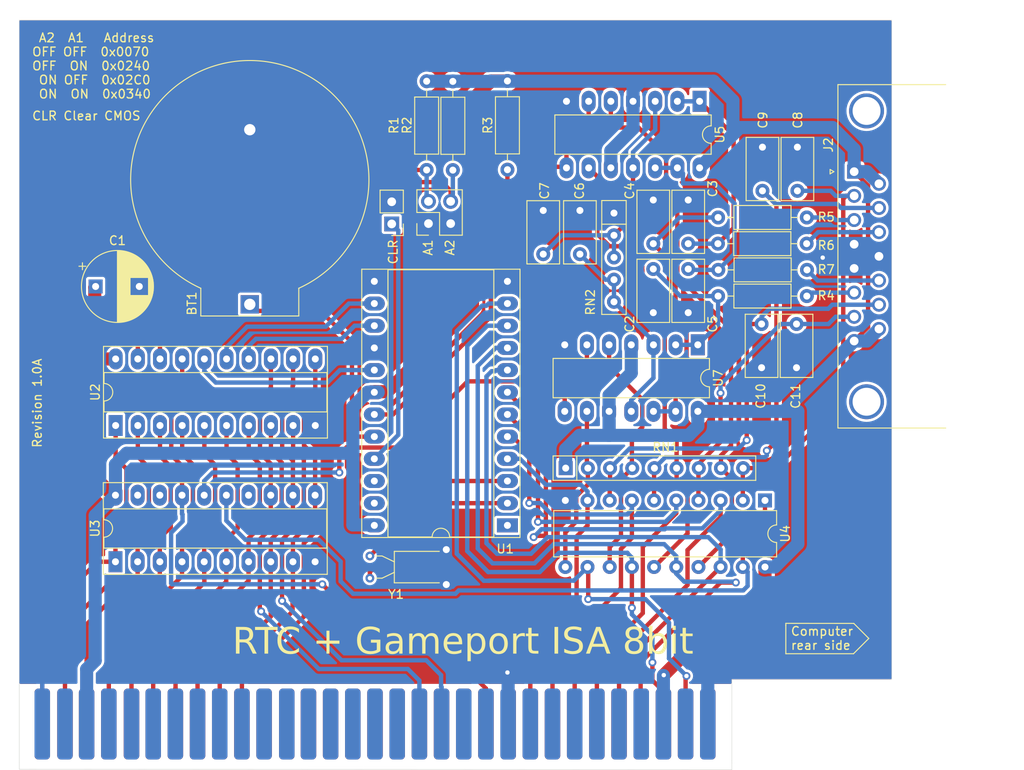
<source format=kicad_pcb>
(kicad_pcb (version 20240108) (generator "pcbnew") (generator_version "8.0")
  (title_block (title "RTC + Joystick ISA 8bit card") (date "2024-12-10") (rev "1.0.0") (company "Vladimir Loula"))
  (layers (0 "F.Cu" signal) (31 "B.Cu" signal) (34 "B.Paste" user) (35 "F.Paste" user) (36 "B.SilkS" user "B.Silkscreen") (37 "F.SilkS" user "F.Silkscreen") (38 "B.Mask" user) (39 "F.Mask" user) (44 "Edge.Cuts" user))
  (net 0 "")
  (net 1 "GND")
  (net 2 "/AS1")
  (net 3 "/AS0")
  (net 4 "VCC")
  (net 5 "/~{IRQ}")
  (net 6 "Net-(BT1-+)")
  (net 7 "Net-(U7A-DIS)")
  (net 8 "/D0")
  (net 9 "/D1")
  (net 10 "/D2")
  (net 11 "/D3")
  (net 12 "/D4")
  (net 13 "/D5")
  (net 14 "/D6")
  (net 15 "/D7")
  (net 16 "Net-(U7B-DIS)")
  (net 17 "Net-(RN2-R3)")
  (net 18 "Net-(RN2-R1)")
  (net 19 "/NB1")
  (net 20 "/NB4")
  (net 21 "/A0")
  (net 22 "/A3")
  (net 23 "/A4")
  (net 24 "/A5")
  (net 25 "/A6")
  (net 26 "/A7")
  (net 27 "/A8")
  (net 28 "/A9")
  (net 29 "/IOW")
  (net 30 "/IOR")
  (net 31 "/AEN")
  (net 32 "/A2")
  (net 33 "/NB3")
  (net 34 "/NB2")
  (net 35 "Net-(J2-P111)")
  (net 36 "Net-(J2-Pad6)")
  (net 38 "Net-(J2-Pad3)")
  (net 39 "Net-(J2-P13)")
  (net 40 "Net-(JP1-A)")
  (net 41 "/QD")
  (net 42 "/QB")
  (net 43 "/QC")
  (net 44 "/QA")
  (net 46 "Net-(U1-X1)")
  (net 47 "Net-(U1-X2)")
  (net 50 "/A1")
  (net 51 "/GP_OE")
  (net 52 "/RTCRD")
  (net 53 "/RTCWR")
  (net 54 "/RTCALE")
  (net 55 "/GP_TR")
  (net 59 "Net-(U5A-DIS)")
  (net 60 "Net-(U5B-DIS)")
  (net 64 "/IRQ5")
  (net 70 "/IRQ2")
  (net 74 "/IRQ4")
  (net 79 "/IRQ3")
  (net 92 "/IRQ7")
  (net 94 "/IRQ6")
  (footprint "Capacitor_THT:C_Rect_L7.0mm_W3.5mm_P5.00mm" (layer "F.Cu") (at 164.1 73 -90)
    (property "Reference" "C7")
    (property "Value" "10n")
  )
  (footprint "Package_DIP:DIP-24_W15.24mm_Socket_LongPads" (layer "F.Cu") (at 160 109.055 180)
    (property "Reference" "U1")
    (property "Value" "DS12885")
  )
  (footprint "Resistor_THT:R_Axial_DIN0207_L6.3mm_D2.5mm_P10.16mm_Horizontal" (layer "F.Cu") (at 194.28 73.8 180)
    (property "Reference" "R5")
    (property "Value" "10k")
  )
  (footprint "Capacitor_THT:C_Rect_L7.0mm_W3.5mm_P5.00mm" (layer "F.Cu") (at 193.2 65.75 -90)
    (property "Reference" "C8")
    (property "Value" "51p")
  )
  (footprint "Package_DIP:DIP-20_W7.62mm_Socket_LongPads" (layer "F.Cu") (at 115.14 97.62 90)
    (property "Reference" "U2")
    (property "Value" "ATF16V8B")
  )
  (footprint "Resistor_THT:R_Axial_DIN0207_L6.3mm_D2.5mm_P10.16mm_Horizontal" (layer "F.Cu") (at 194.3 79.8 180)
    (property "Reference" "R7")
    (property "Value" "10k")
  )
  (footprint "Quattro_library:Conn_Edge_PCB_ISA8" (layer "F.Cu") (at 144.84 131.8)
    (property "Reference" "BUS1" (hide yes))
    (property "Value" "BUSPC_DEV" (hide yes))
  )
  (footprint "Capacitor_THT:C_Rect_L7.0mm_W3.5mm_P5.00mm" (layer "F.Cu") (at 180.7 79.7 -90)
    (property "Reference" "C5")
    (property "Value" "10n")
  )
  (footprint "Package_DIP:DIP-20_W7.62mm" (layer "F.Cu") (at 189.49 106.2 -90)
    (property "Reference" "U4")
    (property "Value" "74LS244")
  )
  (footprint "Resistor_THT:R_Array_SIP5" (layer "F.Cu") (at 172.2 73.3 -90)
    (property "Reference" "RN2")
    (property "Value" "10k")
  )
  (footprint "Package_DIP:DIP-14_W7.62mm_LongPads" (layer "F.Cu") (at 182 60.5 -90)
    (property "Reference" "U5")
    (property "Value" "NE556")
  )
  (footprint "Capacitor_THT:C_Rect_L7.0mm_W3.5mm_P5.00mm" (layer "F.Cu") (at 180.7 76.8 90)
    (property "Reference" "C3")
    (property "Value" "10n")
  )
  (footprint "Resistor_THT:R_Array_SIP9" (layer "F.Cu") (at 166.67 102.5)
    (property "Reference" "RN1")
    (property "Value" "R_Network08")
  )
  (footprint "Capacitor_THT:C_Rect_L7.0mm_W3.5mm_P5.00mm" (layer "F.Cu") (at 168.3 73 -90)
    (property "Reference" "C6")
    (property "Value" "10n")
  )
  (footprint "Connector_PinHeader_2.54mm:PinHeader_2x02_P2.54mm_Vertical" (layer "F.Cu") (at 150.96 74.5 90)
    (property "Reference" "")
    (property "Value" "PINHD_2x2_Male")
  )
  (footprint "Capacitor_THT:C_Rect_L7.0mm_W3.5mm_P5.00mm" (layer "F.Cu") (at 193.1 91 90)
    (property "Reference" "C11")
    (property "Value" "51p")
  )
  (footprint "Capacitor_THT:C_Rect_L7.0mm_W3.5mm_P5.00mm" (layer "F.Cu") (at 189.1 91 90)
    (property "Reference" "C10")
    (property "Value" "51p")
  )
  (footprint "Connector_Dsub:DSUB-15_Female_Horizontal_P2.77x2.84mm_EdgePinOffset7.70mm_Housed_MountingHolesOffset9.12mm" (layer "F.Cu") (at 199.7 68.555 90)
    (property "Reference" "J2")
    (property "Value" "DA15_Plug_MountingHoles")
  )
  (footprint "Package_DIP:DIP-14_W7.62mm_LongPads" (layer "F.Cu") (at 181.8 88.38 -90)
    (property "Reference" "U7")
    (property "Value" "NE556")
  )
  (footprint "Resistor_THT:R_Axial_DIN0207_L6.3mm_D2.5mm_P10.16mm_Horizontal" (layer "F.Cu") (at 160 68.33 90)
    (property "Reference" "R3")
    (property "Value" "10k")
  )
  (footprint "Battery:BatteryHolder_ComfortableElectronic_CH273-2450_1x2450" (layer "F.Cu") (at 130.5 83.75 90)
    (property "Reference" "BT1")
    (property "Value" "CR2032")
  )
  (footprint "Capacitor_THT:C_Rect_L7.0mm_W3.5mm_P5.00mm" (layer "F.Cu") (at 176.7 76.8 90)
    (property "Reference" "C4")
    (property "Value" "10n")
  )
  (footprint "Resistor_THT:R_Axial_DIN0207_L6.3mm_D2.5mm_P10.16mm_Horizontal" (layer "F.Cu") (at 150.75 68.36 90)
    (property "Reference" "R1")
    (property "Value" "10k")
  )
  (footprint "Capacitor_THT:CP_Radial_D8.0mm_P5.00mm" (layer "F.Cu") (at 112.847349 81.7)
    (property "Reference" "C1")
    (property "Value" "0.1uF")
  )
  (footprint "Capacitor_THT:C_Rect_L7.0mm_W3.5mm_P5.00mm" (layer "F.Cu") (at 176.7 79.7 -90)
    (property "Reference" "C2")
    (property "Value" "10n")
  )
  (footprint "Capacitor_THT:C_Rect_L7.0mm_W3.5mm_P5.00mm" (layer "F.Cu") (at 189.2 65.75 -90)
    (property "Reference" "C9")
    (property "Value" "51p")
  )
  (footprint "Resistor_THT:R_Axial_DIN0207_L6.3mm_D2.5mm_P10.16mm_Horizontal" (layer "F.Cu") (at 194.26 76.8 180)
    (property "Reference" "R6")
    (property "Value" "10k")
  )
  (footprint "Resistor_THT:R_Axial_DIN0207_L6.3mm_D2.5mm_P10.16mm_Horizontal" (layer "F.Cu") (at 194.28 82.8 180)
    (property "Reference" "R4")
    (property "Value" "10k")
  )
  (footprint "Resistor_THT:R_Axial_DIN0207_L6.3mm_D2.5mm_P10.16mm_Horizontal" (layer "F.Cu") (at 153.75 68.38 90)
    (property "Reference" "R2")
    (property "Value" "10k")
  )
  (footprint "Crystal:Crystal_AT310_D3.0mm_L10.0mm_Horizontal_1EP_style2" (layer "F.Cu") (at 144.25 115.1 90)
    (property "Reference" "Y1")
    (property "Value" "32768Hz")
  )
  (footprint "Connector_PinHeader_2.54mm:PinHeader_1x02_P2.54mm_Vertical" (layer "F.Cu") (at 146.75 74.54 180)
    (property "Reference" "JP1" (hide yes))
    (property "Value" "Clear CMOS")
  )
  (footprint "Package_DIP:DIP-20_W7.62mm_Socket_LongPads" (layer "F.Cu") (at 115.12 113.22 90)
    (property "Reference" "U3")
    (property "Value" "ATF16V8B")
  )
  (gr_line (start 201.375 122) (end 199.655865 120.279327) (stroke (width 0.12)) (layer "F.SilkS"))
  (gr_line (start 191.875 123.75) (end 199.625 123.75) (stroke (width 0.12)) (layer "F.SilkS"))
  (gr_line (start 191.875 120.5) (end 191.875 120.273154) (stroke (width 0.12)) (layer "F.SilkS"))
  (gr_line (start 199.655865 120.279327) (end 191.875 120.273154) (stroke (width 0.12)) (layer "F.SilkS"))
  (gr_line (start 199.625 123.75) (end 201.375 122) (stroke (width 0.12)) (layer "F.SilkS"))
  (gr_line (start 191.875 120.5) (end 191.875 123.75) (stroke (width 0.12)) (layer "F.SilkS"))
  (gr_line (start 204 51.2) (end 204 126.7) (stroke (width 0.05)) (layer "Edge.Cuts"))
  (gr_line (start 104.1 136.975) (end 104.1 136.2) (stroke (width 0.05)) (layer "Edge.Cuts"))
  (gr_line (start 185.7 136) (end 185.7 126.7) (stroke (width 0.05)) (layer "Edge.Cuts"))
  (gr_line (start 185.7 137.025) (end 185.7 136.25) (stroke (width 0.05)) (layer "Edge.Cuts"))
  (gr_line (start 204 126.7) (end 185.7 126.7) (stroke (width 0.05)) (layer "Edge.Cuts"))
  (gr_line (start 204 51.2) (end 104.1 51.2) (stroke (width 0.05)) (layer "Edge.Cuts"))
  (gr_line (start 185.7 136.25) (end 185.7 136) (stroke (width 0.05)) (layer "Edge.Cuts"))
  (gr_line (start 104.1 136.2) (end 104.1 51.2) (stroke (width 0.05)) (layer "Edge.Cuts"))
  (gr_line (start 185.7 137.025) (end 104.1 136.975) (stroke (width 0.05)) (layer "Edge.Cuts"))
  (gr_text "Revision 1.0A" (at 106.75 100.25 90) (layer "F.SilkS") (effects (font (size 1 1)) (justify left bottom)))
  (gr_text "Computer\nrear side" (at 192.375 123.375 0) (layer "F.SilkS") (effects (font (size 1 1)) (justify left bottom)))
  (gr_text "A2" (at 154 78.25 90) (layer "F.SilkS") (effects (font (size 1 1)) (justify left bottom)))
  (gr_text "CLR" (at 147.5 79.25 90) (layer "F.SilkS") (effects (font (size 1 1)) (justify left bottom)))
  (gr_text "A1" (at 151.5 78.25 90) (layer "F.SilkS") (effects (font (size 1 1)) (justify left bottom)))
  (gr_text "CLR Clear CMOS" (at 105.5 62.75 0) (layer "F.SilkS") (effects (font (size 1 1)) (justify left bottom)))
  (gr_text " A2  A1   Address\nOFF OFF  0x0070\nOFF  ON  0x0240\n ON OFF  0x02C0\n ON  ON  0x0340" (at 105.5 60.25 0) (layer "F.SilkS") (effects (font (size 1 1)) (justify left bottom)))
  (gr_text "RTC + Gameport ISA 8bit" (at 128.5 124.25 0) (layer "F.SilkS") (effects (font (size 3 3)) (justify left bottom)))
  (segment (start 139.23 110.47) (end 139.23 110.37) (width 0.5) (layer "F.Cu") (net 1))
  (segment (start 191.85 67.45) (end 191.85 78.4) (width 0.5) (layer "F.Cu") (net 1))
  (segment (start 191.85 78.4) (end 196.1 78.4) (width 0.5) (layer "F.Cu") (net 1))
  (segment (start 138 99.6) (end 138 97.62) (width 0.5) (layer "F.Cu") (net 1))
  (segment (start 139.22 113.22) (end 142.8 116.8) (width 0.5) (layer "F.Cu") (net 1))
  (segment (start 152.03 116.8) (end 153 115.83) (width 0.5) (layer "F.Cu") (net 1))
  (segment (start 137.98 113.22) (end 139.22 113.22) (width 0.5) (layer "F.Cu") (net 1))
  (segment (start 137.98 111.72) (end 139.23 110.47) (width 0.5) (layer "F.Cu") (net 1))
  (segment (start 139.23 110.37) (end 139.5 110.1) (width 0.5) (layer "F.Cu") (net 1))
  (segment (start 193.2 66.1) (end 191.85 67.45) (width 0.5) (layer "F.Cu") (net 1))
  (segment (start 139.5 110.1) (end 139.5 101.1) (width 0.5) (layer "F.Cu") (net 1))
  (segment (start 142.8 116.8) (end 152.03 116.8) (width 0.5) (layer "F.Cu") (net 1))
  (segment (start 139.5 101.1) (end 138 99.6) (width 0.5) (layer "F.Cu") (net 1))
  (segment (start 137.98 113.22) (end 137.98 111.72) (width 0.5) (layer "F.Cu") (net 1))
  (via (at 196.1 78.4) (size 0.9) (drill 0.5) (layers "F.Cu" "B.Cu") (net 1))
  (via (at 160 125.9) (size 0.9) (drill 0.5) (layers "F.Cu" "B.Cu") (net 1))
  (segment (start 193.2 66.1) (end 189.2 66.1) (width 0.5) (layer "B.Cu") (net 1))
  (segment (start 106.74 131.8) (end 106.74 120.86) (width 0.5) (layer "B.Cu") (net 1))
  (segment (start 172.2 73.3) (end 168.6 73.3) (width 0.5) (layer "B.Cu") (net 1))
  (segment (start 144.76 81.115) (end 144.885 81.115) (width 0.5) (layer "B.Cu") (net 1))
  (segment (start 199.6 78.4) (end 199.7 78.3) (width 0.5) (layer "B.Cu") (net 1))
  (segment (start 168.6 73.3) (end 168.3 73) (width 0.5) (layer "B.Cu") (net 1))
  (segment (start 175.2 73.3) (end 176.7 71.8) (width 0.5) (layer "B.Cu") (net 1))
  (segment (start 199.7 79.635) (end 199.7 78.3) (width 0.5) (layer "B.Cu") (net 1))
  (segment (start 199.75 78.25) (end 199.7 78.3) (width 0.5) (layer "B.Cu") (net 1))
  (segment (start 160.08 131.8) (end 160.08 125.98) (width 1.5) (layer "B.Cu") (net 1))
  (segment (start 196.1 78.4) (end 199.6 78.4) (width 0.5) (layer "B.Cu") (net 1))
  (segment (start 202.54 78.25) (end 199.75 78.25) (width 0.5) (layer "B.Cu") (net 1))
  (segment (start 172.2 73.3) (end 175.2 73.3) (width 0.5) (layer "B.Cu") (net 1))
  (segment (start 138 95.3) (end 140.3 95.3) (width 0.5) (layer "B.Cu") (net 1))
  (segment (start 168.3 73) (end 164.1 73) (width 0.5) (layer "B.Cu") (net 1))
  (segment (start 138 95.3) (end 138 97.62) (width 0.5) (layer "B.Cu") (net 1))
  (segment (start 176.7 71.8) (end 180.7 71.8) (width 0.5) (layer "B.Cu") (net 1))
  (segment (start 182.94 131.8) (end 182.94 126.26) (width 1.5) (layer "B.Cu") (net 1))
  (segment (start 199.7 78.3) (end 199.7 76.865) (width 0.5) (layer "B.Cu") (net 1))
  (segment (start 152.5 69.75) (end 153.5 70.75) (width 0.5) (layer "F.Cu") (net 2))
  (segment (start 153.5 70.75) (end 153.5 71.96) (width 0.5) (layer "F.Cu") (net 2))
  (segment (start 120.22 85.68) (end 136.15 69.75) (width 0.5) (layer "F.Cu") (net 2))
  (segment (start 120.22 90) (end 120.22 85.68) (width 0.5) (layer "F.Cu") (net 2))
  (segment (start 136.15 69.75) (end 152.5 69.75) (width 0.5) (layer "F.Cu") (net 2))
  (segment (start 153.75 71.71) (end 153.5 71.96) (width 0.5) (layer "B.Cu") (net 2))
  (segment (start 153.75 68.38) (end 153.75 71.71) (width 0.5) (layer "B.Cu") (net 2))
  (segment (start 117.68 90) (end 117.68 86.12) (width 0.5) (layer "F.Cu") (net 3))
  (segment (start 135.44 68.36) (end 150.75 68.36) (width 0.5) (layer "F.Cu") (net 3))
  (segment (start 117.68 86.12) (end 135.44 68.36) (width 0.5) (layer "F.Cu") (net 3))
  (segment (start 150.75 71.175) (end 150.725 71.2) (width 0.5) (layer "B.Cu") (net 3))
  (segment (start 150.75 71.75) (end 150.96 71.96) (width 0.5) (layer "B.Cu") (net 3))
  (segment (start 150.75 68.36) (end 150.75 71.75) (width 0.5) (layer "B.Cu") (net 3))
  (segment (start 112.75 90) (end 115.14 90) (width 1.5) (layer "F.Cu") (net 4))
  (segment (start 146.25 93.75) (end 156 84) (width 1.5) (layer "F.Cu") (net 4))
  (segment (start 201.29 70.145) (end 199.7 68.555) (width 0.5) (layer "F.Cu") (net 4))
  (segment (start 158.13 58.17) (end 160 58.17) (width 1.5) (layer "F.Cu") (net 4))
  (segment (start 156 60.3) (end 158.13 58.17) (width 1.5) (layer "F.Cu") (net 4))
  (segment (start 189.49 116.91) (end 189.49 113.82) (width 1.5) (layer "F.Cu") (net 4))
  (segment (start 114.97 105.75) (end 112.75 103.53) (width 1.5) (layer "F.Cu") (net 4))
  (segment (start 144.825 93.75) (end 146.25 93.75) (width 1.5) (layer "F.Cu") (net 4))
  (segment (start 201.29 86.355) (end 201.29 70.145) (width 0.5) (layer "F.Cu") (net 4))
  (segment (start 112.75 103.53) (end 112.75 92.39) (width 1.5) (layer "F.Cu") (net 4))
  (segment (start 156 84) (end 156 60.3) (width 1.5) (layer "F.Cu") (net 4))
  (segment (start 177.9 126.2) (end 182.1 122) (width 1.5) (layer "F.Cu") (net 4))
  (segment (start 182.1 122) (end 184.4 122) (width 1.5) (layer "F.Cu") (net 4))
  (segment (start 199.7 87.945) (end 201.29 86.355) (width 0.5) (layer "F.Cu") (net 4))
  (segment (start 184.4 122) (end 189.49 116.91) (width 1.5) (layer "F.Cu") (net 4))
  (segment (start 112.75 81.797349) (end 112.75 92.39) (width 1.5) (layer "F.Cu") (net 4))
  (segment (start 144.76 93.815) (end 144.825 93.75) (width 1.5) (layer "F.Cu") (net 4))
  (segment (start 112.847349 81.7) (end 112.75 81.797349) (width 1.5) (layer "F.Cu") (net 4))
  (segment (start 112.75 92.39) (end 112.75 90) (width 1.5) (layer "F.Cu") (net 4))
  (via (at 177.9 126.2) (size 0.9) (drill 0.5) (layers "F.Cu" "B.Cu") (net 4))
  (segment (start 111.82 131.8) (end 111.82 125.52) (width 1.5) (layer "B.Cu") (net 4))
  (segment (start 171.64 98.75) (end 180.75 98.75) (width 1.5) (layer "B.Cu") (net 4))
  (segment (start 171.64 96) (end 171.64 94.16) (width 1.5) (layer "B.Cu") (net 4))
  (segment (start 142.3 100.5) (end 142.3 95.5) (width 1.5) (layer "B.Cu") (net 4))
  (segment (start 185.82 64.3) (end 186.62 63.5) (width 1.5) (layer "B.Cu") (net 4))
  (segment (start 150.75 58.2) (end 155.08 58.2) (width 1.5) (layer "B.Cu") (net 4))
  (segment (start 193.25 111.17) (end 193.25 96) (width 1.5) (layer "B.Cu") (net 4))
  (segment (start 186.62 63.5) (end 197.22 63.5) (width 1.5) (layer "B.Cu") (net 4))
  (segment (start 158.1 58.2) (end 183.6 58.2) (width 1.5) (layer "B.Cu") (net 4))
  (segment (start 171.84 68.12) (end 171.84 66.16) (width 1.5) (layer "B.Cu") (net 4))
  (segment (start 171.84 66.16) (end 174.4 63.6) (width 1.5) (layer "B.Cu") (net 4))
  (segment (start 199.7 87.945) (end 191.8 95.845) (width 1.5) (layer "B.Cu") (net 4))
  (segment (start 199.7 68.555) (end 201.155 68.555) (width 1.5) (layer "B.Cu") (net 4))
  (segment (start 142.3 100.5) (end 142 100.8) (width 1.5) (layer "B.Cu") (net 4))
  (segment (start 142 100.8) (end 116.4 100.8) (width 1.5) (layer "B.Cu") (net 4))
  (segment (start 181.8 97.7) (end 181.8 96) (width 1.5) (layer "B.Cu") (net 4))
  (segment (start 115.12 102.08) (end 115.12 105.6) (width 1.5) (layer "B.Cu") (net 4))
  (segment (start 201.155 68.555) (end 202.54 69.94) (width 1.5) (layer "B.Cu") (net 4))
  (segment (start 171.64 97.04) (end 171.64 98.75) (width 1.5) (layer "B.Cu") (net 4))
  (segment (start 199.7 65.98) (end 199.7 68.555) (width 1.5) (layer "B.Cu") (net 4))
  (segment (start 155.1 58.22) (end 158.08 58.22) (width 1.5) (layer "B.Cu") (net 4))
  (segment (start 190.6 113.82) (end 193.25 111.17) (width 1.5) (layer "B.Cu") (net 4))
  (segment (start 171.64 94.16) (end 174.18 91.62) (width 1.5) (layer "B.Cu") (net 4))
  (segment (start 174.4 63.6) (end 174.38 63.58) (width 1.5) (layer "B.Cu") (net 4))
  (segment (start 112.8 124.54) (end 112.8 107.92) (width 1.5) (layer "B.Cu") (net 4))
  (segment (start 166.67 100.33) (end 168.25 98.75) (width 1.5) (layer "B.Cu") (net 4))
  (segment (start 142.3 109) (end 142.3 100.5) (width 1.5) (layer "B.Cu") (net 4))
  (segment (start 177.86 131.8) (end 177.86 126.24) (width 1.5) (layer "B.Cu") (net 4))
  (segment (start 111.82 125.52) (end 112.8 124.54) (width 1.5) (layer "B.Cu") (net 4))
  (segment (start 201.155 87.945) (end 202.54 86.56) (width 1.5) (layer "B.Cu") (net 4))
  (segment (start 189.49 113.82) (end 190.6 113.82) (width 1.5) (layer "B.Cu") (net 4))
  (segment (start 197.22 63.5) (end 199.7 65.98) (width 1.5) (layer "B.Cu") (net 4))
  (segment (start 144.76 109.055) (end 144.705 109) (width 1.5) (layer "B.Cu") (net 4))
  (segment (start 158.08 58.22) (end 158.1 58.2) (width 1.5) (layer "B.Cu") (net 4))
  (segment (start 112.8 107.92) (end 115.12 105.6) (width 1.5) (layer "B.Cu") (net 4))
  (segment (start 171.64 98.75) (end 171.64 96) (width 1.5) (layer "B.Cu") (net 4))
  (segment (start 174.38 60.5) (end 174.38 59.12) (width 1.5) (layer "B.Cu") (net 4))
  (segment (start 155.08 58.2) (end 155.1 58.22) (width 1.5) (layer "B.Cu") (net 4))
  (segment (start 166.67 102.5) (end 166.67 100.33) (width 1.5) (layer "B.Cu") (net 4))
  (segment (start 191.8 95.845) (end 191.8 96) (width 1.5) (layer "B.Cu") (net 4))
  (segment (start 168.25 98.75) (end 171.64 98.75) (width 1.5) (layer "B.Cu") (net 4))
  (segment (start 185.82 60.42) (end 185.82 64.3) (width 1.5) (layer "B.Cu") (net 4))
  (segment (start 199.7 87.945) (end 201.155 87.945) (width 1.5) (layer "B.Cu") (net 4))
  (segment (start 174.38 59.12) (end 175.2 58.3) (width 1.5) (layer "B.Cu") (net 4))
  (segment (start 116.4 100.8) (end 115.12 102.08) (width 1.5) (layer "B.Cu") (net 4))
  (segment (start 143.985 93.815) (end 144.76 93.815) (width 1.5) (layer "B.Cu") (net 4))
  (segment (start 174.18 91.62) (end 174.18 88.38) (width 1.5) (layer "B.Cu") (net 4))
  (segment (start 193.25 96) (end 191.8 96) (width 1.5) (layer "B.Cu") (net 4))
  (segment (start 174.38 63.58) (end 174.38 60.5) (width 1.5) (layer "B.Cu") (net 4))
  (segment (start 183.6 58.2) (end 185.82 60.42) (width 1.5) (layer "B.Cu") (net 4))
  (segment (start 180.75 98.75) (end 181.8 97.7) (width 1.5) (layer "B.Cu") (net 4))
  (segment (start 142.3 95.5) (end 143.985 93.815) (width 1.5) (layer "B.Cu") (net 4))
  (segment (start 182 68.12) (end 185.82 64.3) (width 1.5) (layer "B.Cu") (net 4))
  (segment (start 171.64 96) (end 171.64 97.04) (width 0.5) (layer "B.Cu") (net 4))
  (segment (start 144.705 109) (end 142.3 109) (width 1.5) (layer "B.Cu") (net 4))
  (segment (start 177.86 126.24) (end 177.9 126.2) (width 0.5) (layer "B.Cu") (net 4))
  (segment (start 181.8 96) (end 191.8 96) (width 1.5) (layer "B.Cu") (net 4))
  (segment (start 158.1 85.15) (end 158.1 79.15) (width 0.5) (layer "F.Cu") (net 5))
  (segment (start 160 77.25) (end 160 68.33) (width 0.5) (layer "F.Cu") (net 5))
  (segment (start 146.895 96.355) (end 158.1 85.15) (width 0.5) (layer "F.Cu") (net 5))
  (segment (start 158.1 79.15) (end 160 77.25) (width 0.5) (layer "F.Cu") (net 5))
  (segment (start 144.76 96.355) (end 146.895 96.355) (width 0.5) (layer "F.Cu") (net 5))
  (segment (start 144.76 98.895) (end 142.795 98.895) (width 0.5) (layer "F.Cu") (net 6))
  (segment (start 138.6 84.5) (end 131.25 84.5) (width 0.5) (layer "F.Cu") (net 6))
  (segment (start 142.2 98.3) (end 142.2 88.1) (width 0.5) (layer "F.Cu") (net 6))
  (segment (start 142.2 88.1) (end 138.6 84.5) (width 0.5) (layer "F.Cu") (net 6))
  (segment (start 131.25 84.5) (end 130.5 83.75) (width 0.5) (layer "F.Cu") (net 6))
  (segment (start 142.795 98.895) (end 142.2 98.3) (width 0.5) (layer "F.Cu") (net 6))
  (segment (start 184.12 86.06) (end 181.8 88.38) (width 0.5) (layer "B.Cu") (net 7))
  (segment (start 184.12 82.8) (end 179.8 82.8) (width 0.5) (layer "B.Cu") (net 7))
  (segment (start 179.8 82.8) (end 176.7 79.7) (width 0.5) (layer "B.Cu") (net 7))
  (segment (start 184.12 82.8) (end 184.12 86.06) (width 0.5) (layer "B.Cu") (net 7))
  (segment (start 181.8 88.38) (end 179.26 88.38) (width 0.5) (layer "B.Cu") (net 7))
  (segment (start 169.17 109.08) (end 169.17 106.2) (width 0.5) (layer "F.Cu") (net 8))
  (segment (start 167.92 110.33) (end 169.17 109.08) (width 0.5) (layer "F.Cu") (net 8))
  (segment (start 167.92 117.58) (end 167.92 110.33) (width 0.5) (layer "F.Cu") (net 8))
  (segment (start 162.62 131.8) (end 162.62 122.88) (width 0.5) (layer "F.Cu") (net 8))
  (segment (start 162.62 122.88) (end 167.92 117.58) (width 0.5) (layer "F.Cu") (net 8))
  (segment (start 161.435 101.435) (end 164.4 104.4) (width 0.5) (layer "B.Cu") (net 8))
  (segment (start 164.4 104.4) (end 168.4 104.4) (width 0.5) (layer "B.Cu") (net 8))
  (segment (start 168.4 104.4) (end 169.17 105.17) (width 0.5) (layer "B.Cu") (net 8))
  (segment (start 169.17 105.17) (end 169.17 106.2) (width 0.5) (layer "B.Cu") (net 8))
  (segment (start 160 101.435) (end 161.435 101.435) (width 0.5) (layer "B.Cu") (net 8))
  (segment (start 165.16 124.09) (end 173 116.25) (width 0.5) (layer "F.Cu") (net 9))
  (segment (start 160.595 98.895) (end 160 98.895) (width 0.5) (layer "F.Cu") (net 9))
  (segment (start 162.5 100.8) (end 160.595 98.895) (width 0.5) (layer "F.Cu") (net 9))
  (segment (start 174.25 110.5) (end 174.25 106.2) (width 0.5) (layer "F.Cu") (net 9))
  (segment (start 173 116.25) (end 173 111.75) (width 0.5) (layer "F.Cu") (net 9))
  (segment (start 165.16 131.8) (end 165.16 124.09) (width 0.5) (layer "F.Cu") (net 9))
  (segment (start 173 111.75) (end 174.25 110.5) (width 0.5) (layer "F.Cu") (net 9))
  (segment (start 162.5 106.5) (end 162.5 100.8) (width 0.5) (layer "F.Cu") (net 9))
  (via (at 162.5 106.5) (size 0.9) (drill 0.5) (layers "F.Cu" "B.Cu") (net 9))
  (segment (start 173.76 107.8) (end 173.76 107.74) (width 0.5) (layer "B.Cu") (net 9))
  (segment (start 163.75 106.5) (end 165.05 107.8) (width 0.5) (layer "B.Cu") (net 9))
  (segment (start 173.76 107.74) (end 174.25 107.25) (width 0.5) (layer "B.Cu") (net 9))
  (segment (start 162.5 106.5) (end 163.75 106.5) (width 0.5) (layer "B.Cu") (net 9))
  (segment (start 174.25 107.25) (end 174.25 106.2) (width 0.5) (layer "B.Cu") (net 9))
  (segment (start 165.05 107.8) (end 173.76 107.8) (width 0.5) (layer "B.Cu") (net 9))
  (segment (start 167.7 131.8) (end 167.7 126.9) (width 0.5) (layer "F.Cu") (net 10))
  (segment (start 175.5 119.1) (end 175.5 111.5) (width 0.5) (layer "F.Cu") (net 10))
  (segment (start 167.7 126.9) (end 175.5 119.1) (width 0.5) (layer "F.Cu") (net 10))
  (segment (start 163.5 99.855) (end 163.5 108.65) (width 0.5) (layer "F.Cu") (net 10))
  (segment (start 175.5 111.5) (end 179.33 107.67) (width 0.5) (layer "F.Cu") (net 10))
  (segment (start 160 96.355) (end 163.5 99.855) (width 0.5) (layer "F.Cu") (net 10))
  (segment (start 179.33 107.67) (end 179.33 106.2) (width 0.5) (layer "F.Cu") (net 10))
  (via (at 163.5 108.65) (size 0.9) (drill 0.5) (layers "F.Cu" "B.Cu") (net 10))
  (segment (start 163.5 108.65) (end 178.1 108.65) (width 0.5) (layer "B.Cu") (net 10))
  (segment (start 179.33 107.42) (end 179.33 106.2) (width 0.5) (layer "B.Cu") (net 10))
  (segment (start 178.1 108.65) (end 179.33 107.42) (width 0.5) (layer "B.Cu") (net 10))
  (segment (start 163 110.4) (end 163.15 110.25) (width 0.5) (layer "F.Cu") (net 11))
  (segment (start 163.15 110.25) (end 164.3 110.25) (width 0.5) (layer "F.Cu") (net 11))
  (segment (start 164.3 110.25) (end 164.4 110.15) (width 0.5) (layer "F.Cu") (net 11))
  (segment (start 184.41 108.09) (end 184.41 106.2) (width 0.5) (layer "F.Cu") (net 11))
  (segment (start 164.4 98.215) (end 160 93.815) (width 0.5) (layer "F.Cu") (net 11))
  (segment (start 170.24 131.8) (end 170.24 126.26) (width 0.5) (layer "F.Cu") (net 11))
  (segment (start 180.62 115.88) (end 180.62 111.88) (width 0.5) (layer "F.Cu") (net 11))
  (segment (start 164.4 110.15) (end 164.4 98.215) (width 0.5) (layer "F.Cu") (net 11))
  (segment (start 170.24 126.26) (end 180.62 115.88) (width 0.5) (layer "F.Cu") (net 11))
  (segment (start 180.62 111.88) (end 184.41 108.09) (width 0.5) (layer "F.Cu") (net 11))
  (via (at 163 110.4) (size 0.9) (drill 0.5) (layers "F.Cu" "B.Cu") (net 11))
  (segment (start 163.9 109.5) (end 163 110.4) (width 0.5) (layer "B.Cu") (net 11))
  (segment (start 184.25 107.5) (end 184.41 107.34) (width 0.5) (layer "B.Cu") (net 11))
  (segment (start 184.22 107.5) (end 184.25 107.5) (width 0.5) (layer "B.Cu") (net 11))
  (segment (start 178.1 109.4) (end 178 109.5) (width 0.5) (layer "B.Cu") (net 11))
  (segment (start 182.32 109.4) (end 184.22 107.5) (width 0.5) (layer "B.Cu") (net 11))
  (segment (start 178 109.5) (end 163.9 109.5) (width 0.5) (layer "B.Cu") (net 11))
  (segment (start 182.32 109.4) (end 178.1 109.4) (width 0.5) (layer "B.Cu") (net 11))
  (segment (start 184.41 107.34) (end 184.41 106.2) (width 0.5) (layer "B.Cu") (net 11))
  (segment (start 172.78 125.45) (end 184.41 113.82) (width 0.5) (layer "F.Cu") (net 12))
  (segment (start 172.78 131.8) (end 172.78 125.45) (width 0.5) (layer "F.Cu") (net 12))
  (segment (start 160 91.275) (end 158.725 91.275) (width 0.5) (layer "B.Cu") (net 12))
  (segment (start 183 110.4) (end 184.41 111.81) (width 0.5) (layer "B.Cu") (net 12))
  (segment (start 158.6 91.4) (end 158.2 91.4) (width 0.5) (layer "B.Cu") (net 12))
  (segment (start 184.41 111.81) (end 184.41 113.82) (width 0.5) (layer "B.Cu") (net 12))
  (segment (start 164.6 110.4) (end 183 110.4) (width 0.5) (layer "B.Cu") (net 12))
  (segment (start 158.725 91.275) (end 158.6 91.4) (width 0.5) (layer "B.Cu") (net 12))
  (segment (start 162.7 112.3) (end 164.6 110.4) (width 0.5) (layer "B.Cu") (net 12))
  (segment (start 158.2 91.4) (end 157.6 92) (width 0.5) (layer "B.Cu") (net 12))
  (segment (start 157.6 111.1) (end 158.8 112.3) (width 0.5) (layer "B.Cu") (net 12))
  (segment (start 157.6 92) (end 157.6 111.1) (width 0.5) (layer "B.Cu") (net 12))
  (segment (start 158.8 112.3) (end 162.7 112.3) (width 0.5) (layer "B.Cu") (net 12))
  (segment (start 186.15 115.6) (end 184.4 115.6) (width 0.5) (layer "F.Cu") (net 13))
  (segment (start 175.25 131.73) (end 175.32 131.8) (width 0.5) (layer "F.Cu") (net 13))
  (segment (start 184.4 115.6) (end 175.25 124.75) (width 0.5) (layer "F.Cu") (net 13))
  (segment (start 175.25 124.75) (end 175.25 131.73) (width 0.5) (layer "F.Cu") (net 13))
  (via (at 186.15 115.6) (size 0.9) (drill 0.5) (layers "F.Cu" "B.Cu") (net 13))
  (segment (start 158.3 113.4) (end 163.1 113.4) (width 0.5) (layer "B.Cu") (net 13))
  (segment (start 179.33 114.58) (end 179.33 113.82) (width 0.5) (layer "B.Cu") (net 13))
  (segment (start 165.3 111.2) (end 177.95 111.2) (width 0.5) (layer "B.Cu") (net 13))
  (segment (start 186.05 115.5) (end 180.25 115.5) (width 0.5) (layer "B.Cu") (net 13))
  (segment (start 186.15 115.6) (end 186.05 115.5) (width 0.5) (layer "B.Cu") (net 13))
  (segment (start 179.33 112.58) (end 179.33 113.82) (width 0.5) (layer "B.Cu") (net 13))
  (segment (start 156.6 111.7) (end 158.3 113.4) (width 0.5) (layer "B.Cu") (net 13))
  (segment (start 180.25 115.5) (end 179.33 114.58) (width 0.5) (layer "B.Cu") (net 13))
  (segment (start 158.665 88.735) (end 156.6 90.8) (width 0.5) (layer "B.Cu") (net 13))
  (segment (start 156.6 90.8) (end 156.6 111.7) (width 0.5) (layer "B.Cu") (net 13))
  (segment (start 160 88.735) (end 158.665 88.735) (width 0.5) (layer "B.Cu") (net 13))
  (segment (start 177.95 111.2) (end 179.33 112.58) (width 0.5) (layer "B.Cu") (net 13))
  (segment (start 163.1 113.4) (end 165.3 111.2) (width 0.5) (layer "B.Cu") (net 13))
  (segment (start 174.25 113.82) (end 174.25 118.5) (width 0.5) (layer "F.Cu") (net 14))
  (segment (start 176.6 124.75) (end 176.6 126.8) (width 0.5) (layer "F.Cu") (net 14))
  (segment (start 176.6 126.8) (end 177.86 128.06) (width 0.5) (layer "F.Cu") (net 14))
  (segment (start 177.86 128.06) (end 177.86 131.8) (width 0.5) (layer "F.Cu") (net 14))
  (via (at 176.6 124.75) (size 0.9) (drill 0.5) (layers "F.Cu" "B.Cu") (net 14))
  (via (at 174.25 118.5) (size 0.9) (drill 0.5) (layers "F.Cu" "B.Cu") (net 14))
  (segment (start 157.705 86.195) (end 160 86.195) (width 0.5) (layer "B.Cu") (net 14))
  (segment (start 173.74 112.2) (end 165.9 112.2) (width 0.5) (layer "B.Cu") (net 14))
  (segment (start 173.74 112.2) (end 173.74 112.24) (width 0.5) (layer "B.Cu") (net 14))
  (segment (start 174.25 112.75) (end 174.25 113.82) (width 0.5) (layer "B.Cu") (net 14))
  (segment (start 176.6 121.6) (end 174.25 119.25) (width 0.5) (layer "B.Cu") (net 14))
  (segment (start 157.8 114.4) (end 155.4 112) (width 0.5) (layer "B.Cu") (net 14))
  (segment (start 176.6 124.75) (end 176.6 121.6) (width 0.5) (layer "B.Cu") (net 14))
  (segment (start 155.4 112) (end 155.4 88.5) (width 0.5) (layer "B.Cu") (net 14))
  (segment (start 155.4 88.5) (end 157.705 86.195) (width 0.5) (layer "B.Cu") (net 14))
  (segment (start 165.9 112.2) (end 163.7 114.4) (width 0.5) (layer "B.Cu") (net 14))
  (segment (start 163.7 114.4) (end 157.8 114.4) (width 0.5) (layer "B.Cu") (net 14))
  (segment (start 173.74 112.24) (end 174.25 112.75) (width 0.5) (layer "B.Cu") (net 14))
  (segment (start 174.25 119.25) (end 174.25 118.5) (width 0.5) (layer "B.Cu") (net 14))
  (segment (start 180.4 131.8) (end 180.4 126.2) (width 0.5) (layer "F.Cu") (net 15))
  (segment (start 169.25 117.5) (end 169.25 113.9) (width 0.5) (layer "F.Cu") (net 15))
  (segment (start 180.4 126.2) (end 180.5 126.3) (width 0.5) (layer "F.Cu") (net 15))
  (segment (start 169.25 113.9) (end 169.17 113.82) (width 0.5) (layer "F.Cu") (net 15))
  (via (at 180.5 126.3) (size 0.9) (drill 0.5) (layers "F.Cu" "B.Cu") (net 15))
  (via (at 169.25 117.5) (size 0.9) (drill 0.5) (layers "F.Cu" "B.Cu") (net 15))
  (segment (start 157.3 115.4) (end 154.2 112.3) (width 0.5) (layer "B.Cu") (net 15))
  (segment (start 157.9 115.4) (end 157.3 115.4) (width 0.5) (layer "B.Cu") (net 15))
  (segment (start 157.1 83.9) (end 157.6 83.9) (width 0.5) (layer "B.Cu") (net 15))
  (segment (start 157.92 115.38) (end 157.9 115.4) (width 0.5) (layer "B.Cu") (net 15))
  (segment (start 157.6 83.9) (end 157.845 83.655) (width 0.5) (layer "B.Cu") (net 15))
  (segment (start 154.2 86.8) (end 157.1 83.9) (width 0.5) (layer "B.Cu") (net 15))
  (segment (start 154.2 112.3) (end 154.2 86.8) (width 0.5) (layer "B.Cu") (net 15))
  (segment (start 167.61 115.38) (end 157.92 115.38) (width 0.5) (layer "B.Cu") (net 15))
  (segment (start 178.5 120.2) (end 178.5 124.3) (width 0.5) (layer "B.Cu") (net 15))
  (segment (start 169.17 113.82) (end 167.61 115.38) (width 0.5) (layer "B.Cu") (net 15))
  (segment (start 178.5 124.3) (end 180.5 126.3) (width 0.5) (layer "B.Cu") (net 15))
  (segment (start 175.8 117.5) (end 178.5 120.2) (width 0.5) (layer "B.Cu") (net 15))
  (segment (start 169.25 117.5) (end 175.8 117.5) (width 0.5) (layer "B.Cu") (net 15))
  (segment (start 157.845 83.655) (end 160 83.655) (width 0.5) (layer "B.Cu") (net 15))
  (segment (start 180.51 90.91) (end 180.51 86.71) (width 0.5) (layer "F.Cu") (net 16))
  (segment (start 178.5 81) (end 178.5 78.6) (width 0.5) (layer "F.Cu") (net 16))
  (segment (start 179.25 81.75) (end 178.5 81) (width 0.5) (layer "F.Cu") (net 16))
  (segment (start 179.25 85.45) (end 179.25 81.75) (width 0.5) (layer "F.Cu") (net 16))
  (segment (start 178.5 78.6) (end 176.7 76.8) (width 0.5) (layer "F.Cu") (net 16))
  (segment (start 180.51 86.71) (end 179.25 85.45) (width 0.5) (layer "F.Cu") (net 16))
  (segment (start 179.26 96) (end 179.26 92.16) (width 0.5) (layer "F.Cu") (net 16))
  (segment (start 179.26 92.16) (end 180.51 90.91) (width 0.5) (layer "F.Cu") (net 16))
  (segment (start 179.7 73.8) (end 176.7 76.8) (width 0.5) (layer "B.Cu") (net 16))
  (segment (start 179.26 96) (end 176.72 96) (width 0.5) (layer "B.Cu") (net 16))
  (segment (start 184.12 73.8) (end 179.7 73.8) (width 0.5) (layer "B.Cu") (net 16))
  (segment (start 172.2 80.92) (end 172.2 83.46) (width 0.5) (layer "B.Cu") (net 17))
  (segment (start 174.18 96) (end 174.18 94.72) (width 0.5) (layer "B.Cu") (net 17))
  (segment (start 176.72 88.38) (end 176.72 87.98) (width 0.5) (layer "B.Cu") (net 17))
  (segment (start 176.72 92.18) (end 176.72 88.38) (width 0.5) (layer "B.Cu") (net 17))
  (segment (start 168.3 78) (end 171.22 80.92) (width 0.5) (layer "B.Cu") (net 17))
  (segment (start 171.22 80.92) (end 172.2 80.92) (width 0.5) (layer "B.Cu") (net 17))
  (segment (start 176.72 87.98) (end 172.2 83.46) (width 0.5) (layer "B.Cu") (net 17))
  (segment (start 174.18 94.72) (end 176.72 92.18) (width 0.5) (layer "B.Cu") (net 17))
  (segment (start 174.38 73.66) (end 174.38 68.12) (width 0.5) (layer "F.Cu") (net 18))
  (segment (start 172.2 75.84) (end 174.38 73.66) (width 0.5) (layer "F.Cu") (net 18))
  (segment (start 174.38 66.32) (end 176.92 63.78) (width 0.5) (layer "B.Cu") (net 18))
  (segment (start 164.1 78) (end 166.26 75.84) (width 0.5) (layer "B.Cu") (net 18))
  (segment (start 176.92 63.78) (end 176.92 60.5) (width 0.5) (layer "B.Cu") (net 18))
  (segment (start 166.26 75.84) (end 172.2 75.84) (width 0.5) (layer "B.Cu") (net 18))
  (segment (start 172.2 75.84) (end 172.2 78.38) (width 0.5) (layer "B.Cu") (net 18))
  (segment (start 174.38 68.12) (end 174.38 66.32) (width 0.5) (layer "B.Cu") (net 18))
  (segment (start 186.95 106.2) (end 186.95 102.54) (width 0.5) (layer "F.Cu") (net 19))
  (segment (start 198.45 94.75) (end 198.45 71.67) (width 0.5) (layer "F.Cu") (net 19))
  (segment (start 198.82 71.3) (end 199.675 71.3) (width 0.5) (layer "F.Cu") (net 19))
  (segment (start 198.45 71.67) (end 198.82 71.3) (width 0.5) (layer "F.Cu") (net 19))
  (segment (start 190.7 102.5) (end 198.45 94.75) (width 0.5) (layer "F.Cu") (net 19))
  (segment (start 186.99 102.5) (end 190.7 102.5) (width 0.5) (layer "F.Cu") (net 19))
  (segment (start 199.675 71.3) (end 199.7 71.325) (width 0.5) (layer "F.Cu") (net 19))
  (segment (start 186.95 102.54) (end 186.99 102.5) (width 0.5) (layer "F.Cu") (net 19))
  (segment (start 197.005 70.75) (end 197.58 71.325) (width 0.5) (layer "B.Cu") (net 19))
  (segment (start 199.475 71.1) (end 199.7 71.325) (width 0.5) (layer "B.Cu") (net 19))
  (segment (start 197.005 70.75) (end 193.2 70.75) (width 0.5) (layer "B.Cu") (net 19))
  (segment (start 197.58 71.325) (end 199.7 71.325) (width 0.5) (layer "B.Cu") (net 19))
  (segment (start 176.79 102.54) (end 176.83 102.5) (width 0.5) (layer "F.Cu") (net 20))
  (segment (start 190.8 72.35) (end 189.2 70.75) (width 0.5) (layer "F.Cu") (net 20))
  (segment (start 190.8 99.4) (end 190.8 72.35) (width 0.5) (layer "F.Cu") (net 20))
  (segment (start 176.79 106.2) (end 176.79 102.54) (width 0.5) (layer "F.Cu") (net 20))
  (segment (start 189.7 100.5) (end 190.8 99.4) (width 0.5) (layer "F.Cu") (net 20))
  (via (at 189.7 100.5) (size 0.9) (drill 0.5) (layers "F.Cu" "B.Cu") (net 20))
  (segment (start 189.7 101.05) (end 189.5 101.25) (width 0.5) (layer "B.Cu") (net 20))
  (segment (start 189.5 101.25) (end 178.08 101.25) (width 0.5) (layer "B.Cu") (net 20))
  (segment (start 202.54 72.71) (end 198.21 72.71) (width 0.5) (layer "B.Cu") (net 20))
  (segment (start 190.7 72.25) (end 189.2 70.75) (width 0.5) (layer "B.Cu") (net 20))
  (segment (start 189.7 100.5) (end 189.7 101.05) (width 0.5) (layer "B.Cu") (net 20))
  (segment (start 178.08 101.25) (end 176.83 102.5) (width 0.5) (layer "B.Cu") (net 20))
  (segment (start 198.21 72.71) (end 197.75 72.25) (width 0.5) (layer "B.Cu") (net 20))
  (segment (start 197.75 72.25) (end 190.7 72.25) (width 0.5) (layer "B.Cu") (net 20))
  (segment (start 115.14 101.26) (end 115.14 97.62) (width 0.5) (layer "F.Cu") (net 21))
  (segment (start 116.37 102.57) (end 115.1 101.3) (width 0.5) (layer "F.Cu") (net 21))
  (segment (start 115.12 110.58) (end 116.37 109.33) (width 0.5) (layer "F.Cu") (net 21))
  (segment (start 106.74 131.8) (end 106.74 119.54) (width 0.5) (layer "F.Cu") (net 21))
  (segment (start 115.24 113.34) (end 115.12 113.22) (width 0.5) (layer "F.Cu") (net 21))
  (segment (start 115.1 101.3) (end 115.14 101.26) (width 0.5) (layer "F.Cu") (net 21))
  (segment (start 113.06 113.22) (end 115.12 113.22) (width 0.5) (layer "F.Cu") (net 21))
  (segment (start 116.37 109.33) (end 116.37 102.57) (width 0.5) (layer "F.Cu") (net 21))
  (segment (start 106.74 119.54) (end 113.06 113.22) (width 0.5) (layer "F.Cu") (net 21))
  (segment (start 115.12 113.22) (end 115.12 110.58) (width 0.5) (layer "F.Cu") (net 21))
  (segment (start 123.99 102.09) (end 122.76 100.86) (width 0.5) (layer "F.Cu") (net 22))
  (segment (start 122.76 100.86) (end 122.76 97.62) (width 0.5) (layer "F.Cu") (net 22))
  (segment (start 114.36 119.84) (end 115.9 118.3) (width 0.5) (layer "F.Cu") (net 22))
  (segment (start 114.36 131.8) (end 114.36 119.84) (width 0.5) (layer "F.Cu") (net 22))
  (segment (start 122.86 113.34) (end 122.74 113.22) (width 0.5) (layer "F.Cu") (net 22))
  (segment (start 123.99 109.11) (end 123.99 102.09) (width 0.5) (layer "F.Cu") (net 22))
  (segment (start 119.3 118.3) (end 122.74 114.86) (width 0.5) (layer "F.Cu") (net 22))
  (segment (start 115.9 118.3) (end 119.3 118.3) (width 0.5) (layer "F.Cu") (net 22))
  (segment (start 122.74 114.86) (end 122.74 113.22) (width 0.5) (layer "F.Cu") (net 22))
  (segment (start 122.74 110.36) (end 123.99 109.11) (width 0.5) (layer "F.Cu") (net 22))
  (segment (start 122.74 113.22) (end 122.74 110.36) (width 0.5) (layer "F.Cu") (net 22))
  (segment (start 116.955455 131.798855) (end 116.955455 120.444545) (width 0.5) (layer "F.Cu") (net 23))
  (segment (start 126.53 109.37) (end 126.53 102.13) (width 0.5) (layer "F.Cu") (net 23))
  (segment (start 125.28 110.62) (end 126.53 109.37) (width 0.5) (layer "F.Cu") (net 23))
  (segment (start 116.955455 120.444545) (end 117.9 119.5) (width 0.5) (layer "F.Cu") (net 23))
  (segment (start 125.28 113.22) (end 125.28 110.62) (width 0.5) (layer "F.Cu") (net 23))
  (segment (start 126.53 102.13) (end 125.3 100.9) (width 0.5) (layer "F.Cu") (net 23))
  (segment (start 117.9 119.5) (end 121.4 119.5) (width 0.5) (layer "F.Cu") (net 23))
  (segment (start 125.3 100.9) (end 125.3 97.62) (width 0.5) (layer "F.Cu") (net 23))
  (segment (start 125.28 115.18) (end 125.28 113.22) (width 0.5) (layer "F.Cu") (net 23))
  (segment (start 125.455455 113.395455) (end 125.28 113.22) (width 0.5) (layer "F.Cu") (net 23))
  (segment (start 121.4 119.5) (end 125.3 115.6) (width 0.5) (layer "F.Cu") (net 23))
  (segment (start 125.3 115.6) (end 125.3 115.2) (width 0.5) (layer "F.Cu") (net 23))
  (segment (start 125.3 115.2) (end 125.28 115.18) (width 0.5) (layer "F.Cu") (net 23))
  (segment (start 127.8 115.5) (end 127.8 115.1) (width 0.5) (layer "F.Cu") (net 24))
  (segment (start 127.82 115.08) (end 127.82 113.22) (width 0.5) (layer "F.Cu") (net 24))
  (segment (start 127.82 113.22) (end 127.82 110.68) (width 0.5) (layer "F.Cu") (net 24))
  (segment (start 129.11 109.39) (end 129.11 102.11) (width 0.5) (layer "F.Cu") (net 24))
  (segment (start 127.84 100.84) (end 127.84 97.62) (width 0.5) (layer "F.Cu") (net 24))
  (segment (start 122.6 120.7) (end 127.8 115.5) (width 0.5) (layer "F.Cu") (net 24))
  (segment (start 119.44 131.8) (end 119.44 121.26) (width 0.5) (layer "F.Cu") (net 24))
  (segment (start 127.8 115.1) (end 127.82 115.08) (width 0.5) (layer "F.Cu") (net 24))
  (segment (start 129.11 102.11) (end 127.84 100.84) (width 0.5) (layer "F.Cu") (net 24))
  (segment (start 127.82 110.68) (end 129.11 109.39) (width 0.5) (layer "F.Cu") (net 24))
  (segment (start 119.44 121.26) (end 120 120.7) (width 0.5) (layer "F.Cu") (net 24))
  (segment (start 120 120.7) (end 122.6 120.7) (width 0.5) (layer "F.Cu") (net 24))
  (segment (start 127.94 113.34) (end 127.82 113.22) (width 0.5) (layer "F.Cu") (net 24))
  (segment (start 130.36 115.39) (end 130.36 113.22) (width 0.5) (layer "F.Cu") (net 25))
  (segment (start 122 127.716) (end 122 122.4) (width 0.5) (layer "F.Cu") (net 25))
  (segment (start 121.98 131.8) (end 121.98 127.736) (width 0.5) (layer "F.Cu") (net 25))
  (segment (start 130.36 110.54) (end 131.65 109.25) (width 0.5) (layer "F.Cu") (net 25))
  (segment (start 123.85 121.9) (end 130.36 115.39) (width 0.5) (layer "F.Cu") (net 25))
  (segment (start 130.38 100.78) (end 130.38 97.62) (width 0.5) (layer "F.Cu") (net 25))
  (segment (start 122.5 121.9) (end 123.85 121.9) (width 0.5) (layer "F.Cu") (net 25))
  (segment (start 121.98 127.736) (end 122 127.716) (width 0.5) (layer "F.Cu") (net 25))
  (segment (start 131.65 109.25) (end 131.65 102.05) (width 0.5) (layer "F.Cu") (net 25))
  (segment (start 130.48 113.34) (end 130.36 113.22) (width 0.5) (layer "F.Cu") (net 25))
  (segment (start 131.65 102.05) (end 130.38 100.78) (width 0.5) (layer "F.Cu") (net 25))
  (segment (start 130.36 113.22) (end 130.36 110.54) (width 0.5) (layer "F.Cu") (net 25))
  (segment (start 122 122.4) (end 122.5 121.9) (width 0.5) (layer "F.Cu") (net 25))
  (segment (start 124.52 131.8) (end 124.52 123.38) (width 0.5) (layer "F.Cu") (net 26))
  (segment (start 132.9 119.5) (end 132.9 113.22) (width 0.5) (layer "F.Cu") (net 26))
  (segment (start 127.7 120.2) (end 132.2 120.2) (width 0.5) (layer "F.Cu") (net 26))
  (segment (start 132.2 120.2) (end 132.9 119.5) (width 0.5) (layer "F.Cu") (net 26))
  (segment (start 124.52 123.38) (end 127.7 120.2) (width 0.5) (layer "F.Cu") (net 26))
  (segment (start 134.15 109.45) (end 134.15 101.85) (width 0.5) (layer "F.Cu") (net 26))
  (segment (start 132.9 110.7) (end 134.15 109.45) (width 0.5) (layer "F.Cu") (net 26))
  (segment (start 134.15 101.85) (end 132.92 100.62) (width 0.5) (layer "F.Cu") (net 26))
  (segment (start 133.02 113.34) (end 132.9 113.22) (width 0.5) (layer "F.Cu") (net 26))
  (segment (start 132.92 100.62) (end 132.92 97.62) (width 0.5) (layer "F.Cu") (net 26))
  (segment (start 132.9 113.22) (end 132.9 110.7) (width 0.5) (layer "F.Cu") (net 26))
  (segment (start 127.06 131.8) (end 127.06 123.04) (width 0.5) (layer "F.Cu") (net 27))
  (segment (start 132.7 121.6) (end 135.4 118.9) (width 0.5) (layer "F.Cu") (net 27))
  (segment (start 135.44 117.56) (end 135.44 113.22) (width 0.5) (layer "F.Cu") (net 27))
  (segment (start 135.56 113.34) (end 135.44 113.22) (width 0.5) (layer "F.Cu") (net 27))
  (segment (start 135.4 118.9) (end 135.4 117.6) (width 0.5) (layer "F.Cu") (net 27))
  (segment (start 135.44 110.76) (end 136.69 109.51) (width 0.5) (layer "F.Cu") (net 27))
  (segment (start 135.44 113.22) (end 135.44 110.76) (width 0.5) (layer "F.Cu") (net 27))
  (segment (start 135.4 117.6) (end 135.44 117.56) (width 0.5) (layer "F.Cu") (net 27))
  (segment (start 136.69 109.51) (end 136.69 101.49) (width 0.5) (layer "F.Cu") (net 27))
  (segment (start 127.06 123.04) (end 128.5 121.6) (width 0.5) (layer "F.Cu") (net 27))
  (segment (start 135.46 100.26) (end 135.46 97.62) (width 0.5) (layer "F.Cu") (net 27))
  (segment (start 128.5 121.6) (end 132.7 121.6) (width 0.5) (layer "F.Cu") (net 27))
  (segment (start 136.69 101.49) (end 135.46 100.26) (width 0.5) (layer "F.Cu") (net 27))
  (segment (start 136.69 116.19) (end 136.69 111.11) (width 0.5) (layer "F.Cu") (net 28))
  (segment (start 138 108.9) (end 137.98 108.88) (width 0.5) (layer "F.Cu") (net 28))
  (segment (start 137.98 108.88) (end 137.98 105.6) (width 0.5) (layer "F.Cu") (net 28))
  (segment (start 136.71 94.89) (end 138 93.6) (width 0.5) (layer "F.Cu") (net 28))
  (segment (start 136.71 99.91) (end 136.71 94.89) (width 0.5) (layer "F.Cu") (net 28))
  (segment (start 137.98 105.6) (end 137.98 101.18) (width 0.5) (layer "F.Cu") (net 28))
  (segment (start 138 93.6) (end 138 90) (width 0.5) (layer "F.Cu") (net 28))
  (segment (start 130.5 122.9) (end 133.3 122.9) (width 0.5) (layer "F.Cu") (net 28))
  (segment (start 133.3 122.9) (end 136.7 119.5) (width 0.5) (layer "F.Cu") (net 28))
  (segment (start 136.69 111.11) (end 138 109.8) (width 0.5) (layer "F.Cu") (net 28))
  (segment (start 136.7 119.5) (end 136.7 116.2) (width 0.5) (layer "F.Cu") (net 28))
  (segment (start 129.6 123.8) (end 130.5 122.9) (width 0.5) (layer "F.Cu") (net 28))
  (segment (start 138 109.8) (end 138 108.9) (width 0.5) (layer "F.Cu") (net 28))
  (segment (start 136.7 116.2) (end 136.69 116.19) (width 0.5) (layer "F.Cu") (net 28))
  (segment (start 137.98 101.18) (end 136.71 99.91) (width 0.5) (layer "F.Cu") (net 28))
  (segment (start 129.6 131.8) (end 129.6 123.8) (width 0.5) (layer "F.Cu") (net 28))
  (segment (start 135.44 101.64) (end 134.21 100.41) (width 0.5) (layer "F.Cu") (net 29))
  (segment (start 135.44 109.46) (end 135.44 105.6) (width 0.5) (layer "F.Cu") (net 29))
  (segment (start 134.2 117.7) (end 134.19 117.69) (width 0.5) (layer "F.Cu") (net 29))
  (segment (start 134.19 117.69) (end 134.19 110.71) (width 0.5) (layer "F.Cu") (net 29))
  (segment (start 135.4 93.5) (end 135.4 93.1) (width 0.5) (layer "F.Cu") (net 29))
  (segment (start 135.46 93.04) (end 135.46 90) (width 0.5) (layer "F.Cu") (net 29))
  (segment (start 135.44 105.6) (end 135.44 101.64) (width 0.5) (layer "F.Cu") (net 29))
  (segment (start 134.21 100.41) (end 134.21 94.69) (width 0.5) (layer "F.Cu") (net 29))
  (segment (start 134.19 110.71) (end 135.44 109.46) (width 0.5) (layer "F.Cu") (net 29))
  (segment (start 134.21 94.69) (end 135.4 93.5) (width 0.5) (layer "F.Cu") (net 29))
  (segment (start 135.4 93.1) (end 135.46 93.04) (width 0.5) (layer "F.Cu") (net 29))
  (via (at 134.2 117.7) (size 0.9) (drill 0.5) (layers "F.Cu" "B.Cu") (net 29))
  (segment (start 152.46 131.8) (end 152.46 127.57005) (width 0.5) (layer "B.Cu") (net 29))
  (segment (start 141 124.5) (end 134.2 117.7) (width 0.5) (layer "B.Cu") (net 29))
  (segment (start 152.4 127.51005) (end 152.4 126.2) (width 0.5) (layer "B.Cu") (net 29))
  (segment (start 152.46 127.57005) (end 152.4 127.51005) (width 0.5) (layer "B.Cu") (net 29))
  (segment (start 152.4 126.2) (end 150.7 124.5) (width 0.5) (layer "B.Cu") (net 29))
  (segment (start 150.7 124.5) (end 141 124.5) (width 0.5) (layer "B.Cu") (net 29))
  (segment (start 131.67 94.53) (end 132.92 93.28) (width 0.5) (layer "F.Cu") (net 30))
  (segment (start 132.9 105.6) (end 132.9 102) (width 0.5) (layer "F.Cu") (net 30))
  (segment (start 132.92 93.28) (end 132.92 90) (width 0.5) (layer "F.Cu") (net 30))
  (segment (start 131.65 110.65) (end 132.9 109.4) (width 0.5) (layer "F.Cu") (net 30))
  (segment (start 131.8 118.9) (end 131.65 118.75) (width 0.5) (layer "F.Cu") (net 30))
  (segment (start 131.65 118.75) (end 131.65 110.65) (width 0.5) (layer "F.Cu") (net 30))
  (segment (start 132.9 102) (end 131.67 100.77) (width 0.5) (layer "F.Cu") (net 30))
  (segment (start 132.9 109.4) (end 132.9 105.6) (width 0.5) (layer "F.Cu") (net 30))
  (segment (start 131.67 100.77) (end 131.67 94.53) (width 0.5) (layer "F.Cu") (net 30))
  (via (at 131.8 118.9) (size 0.9) (drill 0.5) (layers "F.Cu" "B.Cu") (net 30))
  (segment (start 149.92 126.82) (end 148.6 125.5) (width 0.5) (layer "B.Cu") (net 30))
  (segment (start 138.4 125.5) (end 131.8 118.9) (width 0.5) (layer "B.Cu") (net 30))
  (segment (start 148.6 125.5) (end 138.4 125.5) (width 0.5) (layer "B.Cu") (net 30))
  (segment (start 149.92 131.8) (end 149.92 126.82) (width 0.5) (layer "B.Cu") (net 30))
  (segment (start 157.54 127.736) (end 148.054 118.25) (width 0.5) (layer "F.Cu") (net 31))
  (segment (start 141.25 118.25) (end 138.8 115.8) (width 0.5) (layer "F.Cu") (net 31))
  (segment (start 138.8 115.9) (end 138.8 115.8) (width 0.5) (layer "F.Cu") (net 31))
  (segment (start 122.76 93.64) (end 122.76 90) (width 0.5) (layer "F.Cu") (net 31))
  (segment (start 157.54 131.8) (end 157.54 127.736) (width 0.5) (layer "F.Cu") (net 31))
  (segment (start 122.74 102.24) (end 121.51 101.01) (width 0.5) (layer "F.Cu") (net 31))
  (segment (start 148.054 118.25) (end 141.25 118.25) (width 0.5) (layer "F.Cu") (net 31))
  (segment (start 122.74 105.6) (end 122.74 102.24) (width 0.5) (layer "F.Cu") (net 31))
  (segment (start 121.51 101.01) (end 121.51 94.89) (width 0.5) (layer "F.Cu") (net 31))
  (segment (start 121.51 94.89) (end 122.76 93.64) (width 0.5) (layer "F.Cu") (net 31))
  (via (at 138.8 115.8) (size 0.9) (drill 0.5) (layers "F.Cu" "B.Cu") (net 31))
  (segment (start 121.6 115.8) (end 121.49 115.69) (width 0.5) (layer "B.Cu") (net 31))
  (segment (start 122.74 107.74) (end 122.74 105.6) (width 0.5) (layer "B.Cu") (net 31))
  (segment (start 122.8 108.6) (end 122.8 107.8) (width 0.5) (layer "B.Cu") (net 31))
  (segment (start 121.49 115.69) (end 121.49 109.91) (width 0.5) (layer "B.Cu") (net 31))
  (segment (start 138.8 115.8) (end 121.6 115.8) (width 0.5) (layer "B.Cu") (net 31))
  (segment (start 122.8 107.8) (end 122.74 107.74) (width 0.5) (layer "B.Cu") (net 31))
  (segment (start 121.49 109.91) (end 122.8 108.6) (width 0.5) (layer "B.Cu") (net 31))
  (segment (start 111.82 131.8) (end 111.82 120.38) (width 0.5) (layer "F.Cu") (net 32))
  (segment (start 121.45 109.25) (end 121.45 102.35) (width 0.5) (layer "F.Cu") (net 32))
  (segment (start 117.9 117) (end 120.2 114.7) (width 0.5) (layer "F.Cu") (net 32))
  (segment (start 120.2 110.5) (end 121.45 109.25) (width 0.5) (layer "F.Cu") (net 32))
  (segment (start 120.2 114.7) (end 120.2 113.22) (width 0.5) (layer "F.Cu") (net 32))
  (segment (start 115.2 117) (end 117.9 117) (width 0.5) (layer "F.Cu") (net 32))
  (segment (start 121.45 102.35) (end 120.22 101.12) (width 0.5) (layer "F.Cu") (net 32))
  (segment (start 111.82 120.38) (end 115.2 117) (width 0.5) (layer "F.Cu") (net 32))
  (segment (start 120.22 101.12) (end 120.22 97.62) (width 0.5) (layer "F.Cu") (net 32))
  (segment (start 120.2 113.22) (end 120.2 110.5) (width 0.5) (layer "F.Cu") (net 32))
  (segment (start 120.32 113.34) (end 120.2 113.22) (width 0.5) (layer "F.Cu") (net 32))
  (segment (start 171.75 102.5) (end 171.75 104) (width 0.5) (layer "F.Cu") (net 33))
  (segment (start 171.71 104.04) (end 171.71 106.2) (width 0.5) (layer "F.Cu") (net 33))
  (segment (start 171.75 104) (end 171.71 104.04) (width 0.5) (layer "F.Cu") (net 33))
  (segment (start 187.4 99.3) (end 187.4 86.5) (width 0.5) (layer "F.Cu") (net 33))
  (segment (start 187.9 86) (end 187.4 86.5) (width 0.5) (layer "F.Cu") (net 33))
  (segment (start 189.1 86) (end 187.9 86) (width 0.5) (layer "F.Cu") (net 33))
  (via (at 187.4 99.3) (size 0.9) (drill 0.5) (layers "F.Cu" "B.Cu") (net 33))
  (segment (start 196.737233 84.25) (end 190 84.25) (width 0.5) (layer "B.Cu") (net 33))
  (segment (start 189.1 85.15) (end 189.1 86) (width 0.5) (layer "B.Cu") (net 33))
  (segment (start 186.45 100.25) (end 187.4 99.3) (width 0.5) (layer "B.Cu") (net 33))
  (segment (start 174 100.25) (end 186.45 100.25) (width 0.5) (layer "B.Cu") (net 33))
  (segment (start 190 84.25) (end 189.1 85.15) (width 0.5) (layer "B.Cu") (net 33))
  (segment (start 197.197233 83.79) (end 196.737233 84.25) (width 0.5) (layer "B.Cu") (net 33))
  (segment (start 202.54 83.79) (end 197.197233 83.79) (width 0.5) (layer "B.Cu") (net 33))
  (segment (start 171.75 102.5) (end 174 100.25) (width 0.5) (layer "B.Cu") (net 33))
  (segment (start 184.4 93.9) (end 184.4 99.5) (width 0.5) (layer "F.Cu") (net 34))
  (segment (start 181.87 102.54) (end 181.91 102.5) (width 0.5) (layer "F.Cu") (net 34))
  (segment (start 181.87 106.2) (end 181.87 102.54) (width 0.5) (layer "F.Cu") (net 34))
  (segment (start 181.91 101.99) (end 181.91 102.5) (width 0.5) (layer "F.Cu") (net 34))
  (segment (start 184.4 99.5) (end 181.91 101.99) (width 0.5) (layer "F.Cu") (net 34))
  (via (at 184.4 93.9) (size 0.9) (drill 0.5) (layers "F.Cu" "B.Cu") (net 34))
  (segment (start 191.3 86) (end 193.1 86) (width 0.5) (layer "B.Cu") (net 34))
  (segment (start 199.7 85.175) (end 197.58 85.175) (width 0.5) (layer "B.Cu") (net 34))
  (segment (start 184.4 92.9) (end 184.4 93.9) (width 0.5) (layer "B.Cu") (net 34))
  (segment (start 196.755 86) (end 193.1 86) (width 0.5) (layer "B.Cu") (net 34))
  (segment (start 184.4 92.9) (end 191.3 86) (width 0.5) (layer "B.Cu") (net 34))
  (segment (start 197.58 85.175) (end 196.755 86) (width 0.5) (layer "B.Cu") (net 34))
  (segment (start 195.58 75.48) (end 202.54 75.48) (width 0.5) (layer "B.Cu") (net 35))
  (segment (start 194.26 76.8) (end 195.58 75.48) (width 0.5) (layer "B.Cu") (net 35))
  (segment (start 194.3 82.8) (end 194.28 82.8) (width 0.5) (layer "B.Cu") (net 36))
  (segment (start 194.695 82.405) (end 194.3 82.8) (width 0.5) (layer "B.Cu") (net 36))
  (segment (start 199.7 82.405) (end 194.695 82.405) (width 0.5) (layer "B.Cu") (net 36))
  (segment (start 197.285 73.8) (end 197.58 74.095) (width 0.5) (layer "B.Cu") (net 38))
  (segment (start 197.58 74.095) (end 199.7 74.095) (width 0.5) (layer "B.Cu") (net 38))
  (segment (start 194.28 73.8) (end 197.285 73.8) (width 0.5) (layer "B.Cu") (net 38))
  (segment (start 195.52 81.02) (end 202.54 81.02) (width 0.5) (layer "B.Cu") (net 39))
  (segment (start 194.3 79.8) (end 195.52 81.02) (width 0.5) (layer "B.Cu") (net 39))
  (segment (start 144.76 101.435) (end 147.5 98.695) (width 0.5) (layer "B.Cu") (net 40))
  (segment (start 147.5 75.29) (end 146.75 74.54) (width 0.5) (layer "B.Cu") (net 40))
  (segment (start 147.5 98.695) (end 147.5 75.29) (width 0.5) (layer "B.Cu") (net 40))
  (segment (start 166.63 109.87) (end 167.88 108.62) (width 0.5) (layer "F.Cu") (net 41))
  (segment (start 169.1 96) (end 169.1 102.39) (width 0.5) (layer "F.Cu") (net 41))
  (segment (start 166.63 113.82) (end 166.63 109.87) (width 0.5) (layer "F.Cu") (net 41))
  (segment (start 167.88 105.722233) (end 169.21 104.392233) (width 0.5) (layer "F.Cu") (net 41))
  (segment (start 169.21 104.392233) (end 169.21 102.5) (width 0.5) (layer "F.Cu") (net 41))
  (segment (start 169.1 102.39) (end 169.25 102.54) (width 0.5) (layer "F.Cu") (net 41))
  (segment (start 167.88 108.62) (end 167.88 105.722233) (width 0.5) (layer "F.Cu") (net 41))
  (segment (start 179.37 103.87) (end 179.37 102.5) (width 0.5) (layer "F.Cu") (net 42))
  (segment (start 175.45 79.8) (end 175.45 81.682233) (width 0.5) (layer "F.Cu") (net 42))
  (segment (start 179.37 99.37) (end 179.37 102.5) (width 0.5) (layer "F.Cu") (net 42))
  (segment (start 170.3 75.707767) (end 171.692233 77.1) (width 0.5) (layer "F.Cu") (net 42))
  (segment (start 178.01 84.242233) (end 178.01 98.01) (width 0.5) (layer "F.Cu") (net 42))
  (segment (start 173.1 77.1) (end 175.43 79.43) (width 0.5) (layer "F.Cu") (net 42))
  (segment (start 175.45 81.682233) (end 178.01 84.242233) (width 0.5) (layer "F.Cu") (net 42))
  (segment (start 176.79 113.82) (end 180.62 109.99) (width 0.5) (layer "F.Cu") (net 42))
  (segment (start 171.692233 77.1) (end 173.1 77.1) (width 0.5) (layer "F.Cu") (net 42))
  (segment (start 180.62 105.12) (end 179.37 103.87) (width 0.5) (layer "F.Cu") (net 42))
  (segment (start 175.43 79.78) (end 175.45 79.8) (width 0.5) (layer "F.Cu") (net 42))
  (segment (start 178.01 98.01) (end 179.37 99.37) (width 0.5) (layer "F.Cu") (net 42))
  (segment (start 180.62 109.99) (end 180.62 105.12) (width 0.5) (layer "F.Cu") (net 42))
  (segment (start 169.3 68.12) (end 170.3 69.12) (width 0.5) (layer "F.Cu") (net 42))
  (segment (start 175.43 79.43) (end 175.43 79.78) (width 0.5) (layer "F.Cu") (net 42))
  (segment (start 170.3 69.12) (end 170.3 75.707767) (width 0.5) (layer "F.Cu") (net 42))
  (segment (start 175.44 97.81) (end 174.25 99) (width 0.5) (layer "F.Cu") (net 43))
  (segment (start 171.64 90.84) (end 175.44 94.64) (width 0.5) (layer "F.Cu") (net 43))
  (segment (start 171.71 111.54) (end 171.71 113.82) (width 0.5) (layer "F.Cu") (net 43))
  (segment (start 174.25 99) (end 174.25 102.46) (width 0.5) (layer "F.Cu") (net 43))
  (segment (start 173 110.25) (end 171.71 111.54) (width 0.5) (layer "F.Cu") (net 43))
  (segment (start 173 103.79) (end 173 110.25) (width 0.5) (layer "F.Cu") (net 43))
  (segment (start 175.44 94.64) (end 175.44 97.81) (width 0.5) (layer "F.Cu") (net 43))
  (segment (start 174.29 102.5) (end 173 103.79) (width 0.5) (layer "F.Cu") (net 43))
  (segment (start 171.64 88.38) (end 171.64 90.84) (width 0.5) (layer "F.Cu") (net 43))
  (segment (start 174.25 102.46) (end 174.29 102.5) (width 0.5) (layer "F.Cu") (net 43))
  (segment (start 171.84 62.84) (end 172.5 63.5) (width 0.5) (layer "F.Cu") (net 44))
  (segment (start 181.87 113.82) (end 185.7 109.99) (width 0.5) (layer "F.Cu") (net 44))
  (segment (start 172.5 63.5) (end 175 63.5) (width 0.5) (layer "F.Cu") (net 44))
  (segment (start 185.7 103.75) (end 184.45 102.5) (width 0.5) (layer "F.Cu") (net 44))
  (segment (start 178.17 66.67) (end 178.17 69.169999) (width 0.5) (layer "F.Cu") (net 44))
  (segment (start 185.6 99.9) (end 184.45 101.05) (width 0.5) (layer "F.Cu") (net 44))
  (segment (start 179.45 80.45) (end 185.6 86.6) (width 0.5) (layer "F.Cu") (net 44))
  (segment (start 175 63.5) (end 178.17 66.67) (width 0.5) (layer "F.Cu") (net 44))
  (segment (start 184.45 101.05) (end 184.45 102.5) (width 0.5) (layer "F.Cu") (net 44))
  (segment (start 179.45 70.449999) (end 179.45 80.45) (width 0.5) (layer "F.Cu") (net 44))
  (segment (start 185.6 86.6) (end 185.6 99.9) (width 0.5) (layer "F.Cu") (net 44))
  (segment (start 171.84 60.5) (end 171.84 62.84) (width 0.5) (layer "F.Cu") (net 44))
  (segment (start 178.17 69.169999) (end 179.45 70.449999) (width 0.5) (layer "F.Cu") (net 44))
  (segment (start 185.7 109.99) (end 185.7 103.75) (width 0.5) (layer "F.Cu") (net 44))
  (segment (start 152.127894 106.515) (end 160 106.515) (width 0.5) (layer "F.Cu") (net 46))
  (segment (start 144.25 115.1) (end 144.25 114.392894) (width 0.5) (layer "F.Cu") (net 46))
  (segment (start 144.25 114.392894) (end 152.127894 106.515) (width 0.5) (layer "F.Cu") (net 46))
  (segment (start 144.25 112.56) (end 152.835 103.975) (width 0.5) (layer "F.Cu") (net 47))
  (segment (start 152.835 103.975) (end 160 103.975) (width 0.5) (layer "F.Cu") (net 47))
  (segment (start 117.6 101.1) (end 117.68 101.02) (width 0.5) (layer "F.Cu") (net 50))
  (segment (start 117.66 114.84) (end 117.66 113.22) (width 0.5) (layer "F.Cu") (net 50))
  (segment (start 117.84 113.4) (end 117.66 113.22) (width 0.5) (layer "F.Cu") (net 50))
  (segment (start 117.66 110.74) (end 118.95 109.45) (width 0.5) (layer "F.Cu") (net 50))
  (segment (start 117.68 101.02) (end 117.68 97.62) (width 0.5) (layer "F.Cu") (net 50))
  (segment (start 109.34 131.8) (end 109.34 120.76) (width 0.5) (layer "F.Cu") (net 50))
  (segment (start 118.95 109.45) (end 118.95 102.45) (width 0.5) (layer "F.Cu") (net 50))
  (segment (start 109.34 120.76) (end 114.3 115.8) (width 0.5) (layer "F.Cu") (net 50))
  (segment (start 118.95 102.45) (end 117.6 101.1) (width 0.5) (layer "F.Cu") (net 50))
  (segment (start 117.66 113.22) (end 117.66 110.74) (width 0.5) (layer "F.Cu") (net 50))
  (segment (start 114.3 115.8) (end 116.7 115.8) (width 0.5) (layer "F.Cu") (net 50))
  (segment (start 116.7 115.8) (end 117.66 114.84) (width 0.5) (layer "F.Cu") (net 50))
  (segment (start 189.49 107.49) (end 189.49 106.2) (width 0.5) (layer "F.Cu") (net 51))
  (segment (start 186.95 110.8) (end 189.5 108.25) (width 0.5) (layer "F.Cu") (net 51))
  (segment (start 186.95 113.82) (end 186.95 110.8) (width 0.5) (layer "F.Cu") (net 51))
  (segment (start 189.5 107.5) (end 189.49 107.49) (width 0.5) (layer "F.Cu") (net 51))
  (segment (start 189.5 108.25) (end 189.5 107.5) (width 0.5) (layer "F.Cu") (net 51))
  (segment (start 138.4 110.7) (end 140.9 113.2) (width 0.5) (layer "B.Cu") (net 51))
  (segment (start 142.325 116.88) (end 154.05 116.88) (width 0.5) (layer "B.Cu") (net 51))
  (segment (start 127.82 108.52) (end 130 110.7) (width 0.5) (layer "B.Cu") (net 51))
  (segment (start 187 116.5) (end 187.5 116) (width 0.5) (layer "B.Cu") (net 51))
  (segment (start 130 110.7) (end 138.4 110.7) (width 0.5) (layer "B.Cu") (net 51))
  (segment (start 154.43 116.5) (end 187 116.5) (width 0.5) (layer "B.Cu") (net 51))
  (segment (start 140.9 113.2) (end 140.9 115.455) (width 0.5) (layer "B.Cu") (net 51))
  (segment (start 187.5 116) (end 187.5 114.37) (width 0.5) (layer "B.Cu") (net 51))
  (segment (start 140.9 115.455) (end 142.325 116.88) (width 0.5) (layer "B.Cu") (net 51))
  (segment (start 127.82 105.6) (end 127.82 108.52) (width 0.5) (layer "B.Cu") (net 51))
  (segment (start 187.5 114.37) (end 186.95 113.82) (width 0.5) (layer "B.Cu") (net 51))
  (segment (start 154.05 116.88) (end 154.43 116.5) (width 0.5) (layer "B.Cu") (net 51))
  (segment (start 126.6 92.7) (end 139.4 92.7) (width 0.5) (layer "B.Cu") (net 52))
  (segment (start 125.3 90) (end 125.3 91.4) (width 0.5) (layer "B.Cu") (net 52))
  (segment (start 139.4 92.7) (end 140.825 91.275) (width 0.5) (layer "B.Cu") (net 52))
  (segment (start 125.3 91.4) (end 126.6 92.7) (width 0.5) (layer "B.Cu") (net 52))
  (segment (start 140.825 91.275) (end 144.76 91.275) (width 0.5) (layer "B.Cu") (net 52))
  (segment (start 142.505 86.195) (end 144.76 86.195) (width 0.5) (layer "B.Cu") (net 53))
  (segment (start 130.38 88.52) (end 131.2 87.7) (width 0.5) (layer "B.Cu") (net 53))
  (segment (start 141 87.7) (end 142.505 86.195) (width 0.5) (layer "B.Cu") (net 53))
  (segment (start 131.2 87.7) (end 141 87.7) (width 0.5) (layer "B.Cu") (net 53))
  (segment (start 130.38 90) (end 130.38 88.52) (width 0.5) (layer "B.Cu") (net 53))
  (segment (start 127.84 90) (end 127.84 88.66) (width 0.5) (layer "B.Cu") (net 54))
  (segment (start 139.2 86.3) (end 141.845 83.655) (width 0.5) (layer "B.Cu") (net 54))
  (segment (start 130.2 86.3) (end 139.2 86.3) (width 0.5) (layer "B.Cu") (net 54))
  (segment (start 127.84 88.66) (end 130.2 86.3) (width 0.5) (layer "B.Cu") (net 54))
  (segment (start 141.845 83.655) (end 144.76 83.655) (width 0.5) (layer "B.Cu") (net 54))
  (segment (start 166.76 66.04) (end 169.3 63.5) (width 0.5) (layer "F.Cu") (net 55))
  (segment (start 166.56 94.34) (end 169.1 91.8) (width 0.5) (layer "F.Cu") (net 55))
  (segment (start 162.565 92.565) (end 162.7 92.7) (width 0.5) (layer "F.Cu") (net 55))
  (segment (start 141.645 100.145) (end 147.855 100.145) (width 0.5) (layer "F.Cu") (net 55))
  (segment (start 162.565 92.565) (end 162.565 70.435) (width 0.5) (layer "F.Cu") (net 55))
  (segment (start 166.56 96) (end 166.56 94.34) (width 0.5) (layer "F.Cu") (net 55))
  (segment (start 164.34 94.34) (end 162.7 92.7) (width 0.5) (layer "F.Cu") (net 55))
  (segment (start 169.1 91.8) (end 169.1 88.38) (width 0.5) (layer "F.Cu") (net 55))
  (segment (start 169.3 63.5) (end 169.3 60.5) (width 0.5) (layer "F.Cu") (net 55))
  (segment (start 140.75 100.95) (end 141.6 100.1) (width 0.5) (layer "F.Cu") (net 55))
  (segment (start 166.64 68) (end 166.76 68.12) (width 0.5) (layer "F.Cu") (net 55))
  (segment (start 166.76 68.12) (end 166.76 66.04) (width 0.5) (layer "F.Cu") (net 55))
  (segment (start 140.75 103) (end 140.75 100.95) (width 0.5) (layer "F.Cu") (net 55))
  (segment (start 147.855 100.145) (end 155.435 92.565) (width 0.5) (layer "F.Cu") (net 55))
  (segment (start 165 68) (end 166.64 68) (width 0.5) (layer "F.Cu") (net 55))
  (segment (start 166.56 94.34) (end 164.34 94.34) (width 0.5) (layer "F.Cu") (net 55))
  (segment (start 162.565 70.435) (end 165 68) (width 0.5) (layer "F.Cu") (net 55))
  (segment (start 141.6 100.1) (end 141.645 100.145) (width 0.5) (layer "F.Cu") (net 55))
  (segment (start 155.435 92.565) (end 162.565 92.565) (width 0.5) (layer "F.Cu") (net 55))
  (via (at 140.75 103) (size 0.9) (drill 0.5) (layers "F.Cu" "B.Cu") (net 55))
  (segment (start 126.25 103) (end 125.28 103.97) (width 0.5) (layer "B.Cu") (net 55))
  (segment (start 140.75 103) (end 126.25 103) (width 0.5) (layer "B.Cu") (net 55))
  (segment (start 125.28 103.97) (end 125.28 105.6) (width 0.5) (layer "B.Cu") (net 55))
  (segment (start 184.1 76.8) (end 185.9 75) (width 0.5) (layer "F.Cu") (net 59))
  (segment (start 185.9 64.4) (end 182 60.5) (width 0.5) (layer "F.Cu") (net 59))
  (segment (start 185.9 75) (end 185.9 64.4) (width 0.5) (layer "F.Cu") (net 59))
  (segment (start 184.1 76.8) (end 180.7 76.8) (width 0.5) (layer "B.Cu") (net 59))
  (segment (start 182 60.5) (end 179.46 60.5) (width 0.5) (layer "B.Cu") (net 59))
  (segment (start 184.14 79.8) (end 186 77.94) (width 0.5) (layer "B.Cu") (net 60))
  (segment (start 180.1 68.76) (end 179.46 68.12) (width 0.5) (layer "B.Cu") (net 60))
  (segment (start 186 77.94) (end 186 72.2) (width 0.5) (layer "B.Cu") (net 60))
  (segment (start 176.92 68.12) (end 179.46 68.12) (width 0.5) (layer "B.Cu") (net 60))
  (segment (start 180.1 69.9) (end 180.1 68.76) (width 0.5) (layer "B.Cu") (net 60))
  (segment (start 183.7 69.9) (end 180.1 69.9) (width 0.5) (layer "B.Cu") (net 60))
  (segment (start 184.14 79.8) (end 180.8 79.8) (width 0.5) (layer "B.Cu") (net 60))
  (segment (start 186 72.2) (end 183.7 69.9) (width 0.5) (layer "B.Cu") (net 60))
  (segment (start 180.8 79.8) (end 180.7 79.7) (width 0.5) (layer "B.Cu") (net 60))
  (zone (net 1) (net_name "GND") (layer "F.Cu") (priority 1) (connect_pads yes (clearance 0.381)) (min_thickness 0.25) (fill yes (thermal_gap 0.5) (thermal_bridge_width 0.5))
    (polygon (pts (xy 101.9 48.9) (xy 206.2 49) (xy 206.2 127.2) (xy 102.4 127.2)))
  )
  (zone (net 1) (net_name "GND") (layer "B.Cu") (connect_pads yes (clearance 0.3)) (min_thickness 0.25) (fill yes (thermal_gap 0.5) (thermal_bridge_width 0.5))
    (polygon (pts (xy 103.1 50.2) (xy 204.7 50.2) (xy 205.1 127.2) (xy 103.1 127.2)))
  )
)
</source>
